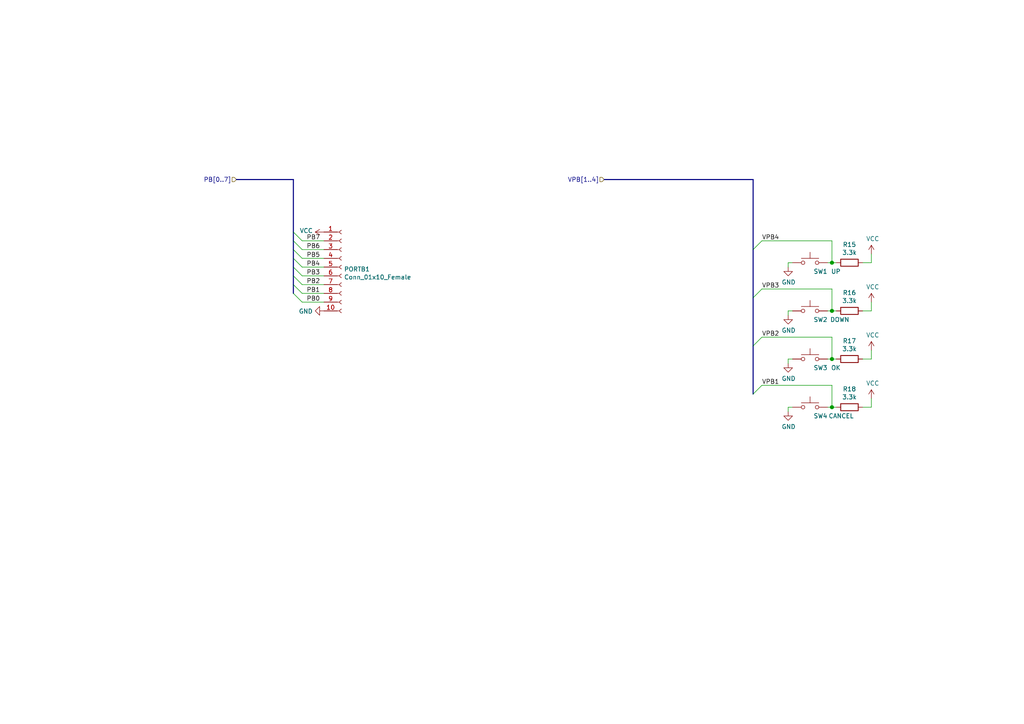
<source format=kicad_sch>
(kicad_sch (version 20201015) (generator eeschema)
  (paper "A4")
  (title_block (title "SBC6526 - IO") (date "2021-10-01") (rev "2.0") (company "Daniel Molina García"))
  (lib_symbols
    (symbol "Connector:Conn_01x10_Female" (pin_names (offset 1.016) hide)
      (property "Reference" "J" (at 0 12.7 0))
      (property "Value" "Conn_01x10_Female" (at 0 -15.24 0))
      (symbol "Conn_01x10_Female_1_1"
        (arc (start 0 -12.192) (end 0 -13.208) (radius (at 0 -12.7) (length 0.508) (angles 90.1 -90.1)) (stroke (width 0.1524)))
        (arc (start 0 -9.652) (end 0 -10.668) (radius (at 0 -10.16) (length 0.508) (angles 90.1 -90.1)) (stroke (width 0.1524)))
        (arc (start 0 -7.112) (end 0 -8.128) (radius (at 0 -7.62) (length 0.508) (angles 90.1 -90.1)) (stroke (width 0.1524)))
        (arc (start 0 -4.572) (end 0 -5.588) (radius (at 0 -5.08) (length 0.508) (angles 90.1 -90.1)) (stroke (width 0.1524)))
        (arc (start 0 -2.032) (end 0 -3.048) (radius (at 0 -2.54) (length 0.508) (angles 90.1 -90.1)) (stroke (width 0.1524)))
        (arc (start 0 0.508) (end 0 -0.508) (radius (at 0 0) (length 0.508) (angles 90.1 -90.1)) (stroke (width 0.1524)))
        (arc (start 0 3.048) (end 0 2.032) (radius (at 0 2.54) (length 0.508) (angles 90.1 -90.1)) (stroke (width 0.1524)))
        (arc (start 0 5.588) (end 0 4.572) (radius (at 0 5.08) (length 0.508) (angles 90.1 -90.1)) (stroke (width 0.1524)))
        (arc (start 0 8.128) (end 0 7.112) (radius (at 0 7.62) (length 0.508) (angles 90.1 -90.1)) (stroke (width 0.1524)))
        (arc (start 0 10.668) (end 0 9.652) (radius (at 0 10.16) (length 0.508) (angles 90.1 -90.1)) (stroke (width 0.1524)))
        (polyline (pts (xy -1.27 -12.7) (xy -0.508 -12.7)) (stroke (width 0.1524)))
        (polyline (pts (xy -1.27 -10.16) (xy -0.508 -10.16)) (stroke (width 0.1524)))
        (polyline (pts (xy -1.27 -7.62) (xy -0.508 -7.62)) (stroke (width 0.1524)))
        (polyline (pts (xy -1.27 -5.08) (xy -0.508 -5.08)) (stroke (width 0.1524)))
        (polyline (pts (xy -1.27 -2.54) (xy -0.508 -2.54)) (stroke (width 0.1524)))
        (polyline (pts (xy -1.27 0) (xy -0.508 0)) (stroke (width 0.1524)))
        (polyline (pts (xy -1.27 2.54) (xy -0.508 2.54)) (stroke (width 0.1524)))
        (polyline (pts (xy -1.27 5.08) (xy -0.508 5.08)) (stroke (width 0.1524)))
        (polyline (pts (xy -1.27 7.62) (xy -0.508 7.62)) (stroke (width 0.1524)))
        (polyline (pts (xy -1.27 10.16) (xy -0.508 10.16)) (stroke (width 0.1524)))
        (pin passive line (at -5.08 10.16 0) (length 3.81) (name "Pin_1") (number "1"))
        (pin passive line (at -5.08 -12.7 0) (length 3.81) (name "Pin_10") (number "10"))
        (pin passive line (at -5.08 7.62 0) (length 3.81) (name "Pin_2") (number "2"))
        (pin passive line (at -5.08 5.08 0) (length 3.81) (name "Pin_3") (number "3"))
        (pin passive line (at -5.08 2.54 0) (length 3.81) (name "Pin_4") (number "4"))
        (pin passive line (at -5.08 0 0) (length 3.81) (name "Pin_5") (number "5"))
        (pin passive line (at -5.08 -2.54 0) (length 3.81) (name "Pin_6") (number "6"))
        (pin passive line (at -5.08 -5.08 0) (length 3.81) (name "Pin_7") (number "7"))
        (pin passive line (at -5.08 -7.62 0) (length 3.81) (name "Pin_8") (number "8"))
        (pin passive line (at -5.08 -10.16 0) (length 3.81) (name "Pin_9") (number "9"))
      )
    )
    (symbol "Device:R" (pin_numbers hide) (pin_names (offset 0))
      (property "Reference" "R" (at 2.032 0 90))
      (property "Value" "R" (at 0 0 90))
      (symbol "R_0_1"
        (rectangle (start -1.016 -2.54) (end 1.016 2.54) (stroke (width 0.254)))
      )
      (symbol "R_1_1"
        (pin passive line (at 0 3.81 270) (length 1.27) (name "~") (number "1"))
        (pin passive line (at 0 -3.81 90) (length 1.27) (name "~") (number "2"))
      )
    )
    (symbol "Switch:SW_MEC_5G" (pin_numbers hide) (pin_names (offset 1.016) hide)
      (property "Reference" "SW" (at 1.27 2.54 0))
      (property "Value" "SW_MEC_5G" (at 0 -1.524 0))
      (symbol "SW_MEC_5G_0_1"
        (circle (center -2.032 0) (radius 0.508))
        (circle (center 2.032 0) (radius 0.508))
        (polyline (pts (xy 0 1.27) (xy 0 3.048)))
        (polyline (pts (xy 2.54 1.27) (xy -2.54 1.27)))
        (pin passive line (at -5.08 0 0) (length 2.54) (name "A") (number "1"))
        (pin passive line (at 5.08 0 180) (length 2.54) (name "B") (number "3"))
      )
      (symbol "SW_MEC_5G_1_1"
        (pin passive line (at -5.08 0 0) (length 2.54) hide (name "A") (number "2"))
        (pin passive line (at 5.08 0 180) (length 2.54) hide (name "B") (number "4"))
      )
    )
    (symbol "power:GND" (power) (pin_names (offset 0))
      (property "Value" "GND" (at 0 -3.81 0))
      (symbol "GND_0_1"
        (polyline (pts (xy 0 0) (xy 0 -1.27) (xy 1.27 -1.27) (xy 0 -2.54) (xy -1.27 -1.27) (xy 0 -1.27)))
      )
      (symbol "GND_1_1"
        (pin power_in line (at 0 0 270) (length 0) hide (name "GND") (number "1"))
      )
    )
    (symbol "power:VCC" (power) (pin_names (offset 0))
      (property "Value" "VCC" (at 0 3.81 0))
      (symbol "VCC_0_1"
        (polyline (pts (xy -0.762 1.27) (xy 0 2.54)))
        (polyline (pts (xy 0 0) (xy 0 2.54)))
        (polyline (pts (xy 0 2.54) (xy 0.762 1.27)))
      )
      (symbol "VCC_1_1"
        (pin power_in line (at 0 0 90) (length 0) hide (name "VCC") (number "1"))
      )
    )
  )
  (junction (at 241.3 76.2) (diameter 1.016))
  (junction (at 241.3 90.17) (diameter 1.016))
  (junction (at 241.3 104.14) (diameter 1.016))
  (junction (at 241.3 118.11) (diameter 1.016))
  (bus_entry (at 87.63 69.85) (size -2.54 -2.54) (stroke (width 0.1524)))
  (bus_entry (at 87.63 72.39) (size -2.54 -2.54) (stroke (width 0.1524)))
  (bus_entry (at 87.63 74.93) (size -2.54 -2.54) (stroke (width 0.1524)))
  (bus_entry (at 87.63 77.47) (size -2.54 -2.54) (stroke (width 0.1524)))
  (bus_entry (at 87.63 80.01) (size -2.54 -2.54) (stroke (width 0.1524)))
  (bus_entry (at 87.63 82.55) (size -2.54 -2.54) (stroke (width 0.1524)))
  (bus_entry (at 87.63 85.09) (size -2.54 -2.54) (stroke (width 0.1524)))
  (bus_entry (at 87.63 87.63) (size -2.54 -2.54) (stroke (width 0.1524)))
  (bus_entry (at 220.98 69.85) (size -2.54 2.54) (stroke (width 0.1524)))
  (bus_entry (at 220.98 83.82) (size -2.54 2.54) (stroke (width 0.1524)))
  (bus_entry (at 220.98 97.79) (size -2.54 2.54) (stroke (width 0.1524)))
  (bus_entry (at 220.98 111.76) (size -2.54 2.54) (stroke (width 0.1524)))
  (wire (pts (xy 87.63 69.85) (xy 93.98 69.85)))
  (wire (pts (xy 87.63 72.39) (xy 93.98 72.39)))
  (wire (pts (xy 87.63 74.93) (xy 93.98 74.93)))
  (wire (pts (xy 87.63 77.47) (xy 93.98 77.47)))
  (wire (pts (xy 87.63 80.01) (xy 93.98 80.01)))
  (wire (pts (xy 87.63 82.55) (xy 93.98 82.55)))
  (wire (pts (xy 87.63 85.09) (xy 93.98 85.09)))
  (wire (pts (xy 87.63 87.63) (xy 93.98 87.63)))
  (wire (pts (xy 228.6 76.2) (xy 229.87 76.2)))
  (wire (pts (xy 228.6 77.47) (xy 228.6 76.2)))
  (wire (pts (xy 228.6 90.17) (xy 229.87 90.17)))
  (wire (pts (xy 228.6 91.44) (xy 228.6 90.17)))
  (wire (pts (xy 228.6 104.14) (xy 229.87 104.14)))
  (wire (pts (xy 228.6 105.41) (xy 228.6 104.14)))
  (wire (pts (xy 228.6 118.11) (xy 229.87 118.11)))
  (wire (pts (xy 228.6 119.38) (xy 228.6 118.11)))
  (wire (pts (xy 240.03 76.2) (xy 241.3 76.2)))
  (wire (pts (xy 240.03 90.17) (xy 241.3 90.17)))
  (wire (pts (xy 240.03 104.14) (xy 241.3 104.14)))
  (wire (pts (xy 240.03 118.11) (xy 241.3 118.11)))
  (wire (pts (xy 241.3 69.85) (xy 220.98 69.85)))
  (wire (pts (xy 241.3 76.2) (xy 241.3 69.85)))
  (wire (pts (xy 241.3 76.2) (xy 242.57 76.2)))
  (wire (pts (xy 241.3 83.82) (xy 220.98 83.82)))
  (wire (pts (xy 241.3 90.17) (xy 241.3 83.82)))
  (wire (pts (xy 241.3 90.17) (xy 242.57 90.17)))
  (wire (pts (xy 241.3 97.79) (xy 220.98 97.79)))
  (wire (pts (xy 241.3 104.14) (xy 241.3 97.79)))
  (wire (pts (xy 241.3 104.14) (xy 242.57 104.14)))
  (wire (pts (xy 241.3 111.76) (xy 220.98 111.76)))
  (wire (pts (xy 241.3 118.11) (xy 241.3 111.76)))
  (wire (pts (xy 241.3 118.11) (xy 242.57 118.11)))
  (wire (pts (xy 250.19 76.2) (xy 252.73 76.2)))
  (wire (pts (xy 250.19 90.17) (xy 252.73 90.17)))
  (wire (pts (xy 250.19 104.14) (xy 252.73 104.14)))
  (wire (pts (xy 250.19 118.11) (xy 252.73 118.11)))
  (wire (pts (xy 252.73 76.2) (xy 252.73 73.66)))
  (wire (pts (xy 252.73 90.17) (xy 252.73 87.63)))
  (wire (pts (xy 252.73 104.14) (xy 252.73 101.6)))
  (wire (pts (xy 252.73 118.11) (xy 252.73 115.57)))
  (bus (pts (xy 68.58 52.07) (xy 85.09 52.07)))
  (bus (pts (xy 85.09 52.07) (xy 85.09 67.31)))
  (bus (pts (xy 85.09 67.31) (xy 85.09 69.85)))
  (bus (pts (xy 85.09 69.85) (xy 85.09 72.39)))
  (bus (pts (xy 85.09 72.39) (xy 85.09 74.93)))
  (bus (pts (xy 85.09 74.93) (xy 85.09 77.47)))
  (bus (pts (xy 85.09 77.47) (xy 85.09 80.01)))
  (bus (pts (xy 85.09 80.01) (xy 85.09 82.55)))
  (bus (pts (xy 85.09 82.55) (xy 85.09 85.09)))
  (bus (pts (xy 175.26 52.07) (xy 218.44 52.07)))
  (bus (pts (xy 218.44 52.07) (xy 218.44 72.39)))
  (bus (pts (xy 218.44 72.39) (xy 218.44 86.36)))
  (bus (pts (xy 218.44 86.36) (xy 218.44 100.33)))
  (bus (pts (xy 218.44 100.33) (xy 218.44 114.3)))
  (label "PB7" (at 88.9 69.85 0))
  (label "PB6" (at 88.9 72.39 0))
  (label "PB5" (at 88.9 74.93 0))
  (label "PB4" (at 88.9 77.47 0))
  (label "PB3" (at 88.9 80.01 0))
  (label "PB2" (at 88.9 82.55 0))
  (label "PB1" (at 88.9 85.09 0))
  (label "PB0" (at 88.9 87.63 0))
  (label "VPB4" (at 220.98 69.85 0))
  (label "VPB3" (at 220.98 83.82 0))
  (label "VPB2" (at 220.98 97.79 0))
  (label "VPB1" (at 220.98 111.76 0))
  (hierarchical_label "PB[0..7]" (shape input) (at 68.58 52.07 180))
  (hierarchical_label "VPB[1..4]" (shape input) (at 175.26 52.07 180))
  (symbol (lib_id "power:VCC") (at 93.98 67.31 90) (unit 1)
    (property "Reference" "#PWR0149" (effects hide))
    (property "Value" "VCC" (at 90.7542 66.929 90) (effects (justify left)))
  )
  (symbol (lib_id "power:VCC") (at 252.73 73.66 0) (unit 1)
    (property "Reference" "#PWR0141" (effects hide))
    (property "Value" "VCC" (at 253.111 69.2658 0))
  )
  (symbol (lib_id "power:VCC") (at 252.73 87.63 0) (unit 1)
    (property "Reference" "#PWR0143" (effects hide))
    (property "Value" "VCC" (at 253.111 83.2358 0))
  )
  (symbol (lib_id "power:VCC") (at 252.73 101.6 0) (unit 1)
    (property "Reference" "#PWR0145" (effects hide))
    (property "Value" "VCC" (at 253.111 97.2058 0))
  )
  (symbol (lib_id "power:VCC") (at 252.73 115.57 0) (unit 1)
    (property "Reference" "#PWR0147" (effects hide))
    (property "Value" "VCC" (at 253.111 111.1758 0))
  )
  (symbol (lib_id "power:GND") (at 93.98 90.17 270) (unit 1)
    (property "Reference" "#PWR0150" (effects hide))
    (property "Value" "GND" (at 90.7288 90.297 90) (effects (justify right)))
  )
  (symbol (lib_id "power:GND") (at 228.6 77.47 0) (unit 1)
    (property "Reference" "#PWR0142" (effects hide))
    (property "Value" "GND" (at 228.727 81.8642 0))
  )
  (symbol (lib_id "power:GND") (at 228.6 91.44 0) (unit 1)
    (property "Reference" "#PWR0144" (effects hide))
    (property "Value" "GND" (at 228.727 95.8342 0))
  )
  (symbol (lib_id "power:GND") (at 228.6 105.41 0) (unit 1)
    (property "Reference" "#PWR0146" (effects hide))
    (property "Value" "GND" (at 228.727 109.8042 0))
  )
  (symbol (lib_id "power:GND") (at 228.6 119.38 0) (unit 1)
    (property "Reference" "#PWR0148" (effects hide))
    (property "Value" "GND" (at 228.727 123.7742 0))
  )
  (symbol (lib_id "Device:R") (at 246.38 76.2 270) (unit 1)
    (property "Reference" "R15" (at 246.38 70.9422 90))
    (property "Value" "3.3k" (at 246.38 73.2536 90))
    (property "Footprint" "Resistor_SMD:R_0805_2012Metric_Pad1.20x1.40mm_HandSolder" (effects hide))
  )
  (symbol (lib_id "Device:R") (at 246.38 90.17 270) (unit 1)
    (property "Reference" "R16" (at 246.38 84.9122 90))
    (property "Value" "3.3k" (at 246.38 87.2236 90))
    (property "Footprint" "Resistor_SMD:R_0805_2012Metric_Pad1.20x1.40mm_HandSolder" (effects hide))
  )
  (symbol (lib_id "Device:R") (at 246.38 104.14 270) (unit 1)
    (property "Reference" "R17" (at 246.38 98.8822 90))
    (property "Value" "3.3k" (at 246.38 101.1936 90))
    (property "Footprint" "Resistor_SMD:R_0805_2012Metric_Pad1.20x1.40mm_HandSolder" (effects hide))
  )
  (symbol (lib_id "Device:R") (at 246.38 118.11 270) (unit 1)
    (property "Reference" "R18" (at 246.38 112.8522 90))
    (property "Value" "3.3k" (at 246.38 115.1636 90))
    (property "Footprint" "Resistor_SMD:R_0805_2012Metric_Pad1.20x1.40mm_HandSolder" (effects hide))
  )
  (symbol (lib_id "Switch:SW_MEC_5G") (at 234.95 76.2 0) (unit 1)
    (property "Reference" "SW1" (at 240.03 78.74 0) (effects (justify right)))
    (property "Value" "UP" (at 243.84 78.74 0) (effects (justify right)))
    (property "Footprint" "sbc6526:SW_TH_Tactile_Omron_B3F-10xx" (effects hide))
    (property "Datasheet" "http://www.apem.com/int/index.php?controller=attachment&id_attachment=488" (effects hide))
  )
  (symbol (lib_id "Switch:SW_MEC_5G") (at 234.95 90.17 0) (unit 1)
    (property "Reference" "SW2" (at 240.03 92.71 0) (effects (justify right)))
    (property "Value" "DOWN" (at 246.38 92.71 0) (effects (justify right)))
    (property "Footprint" "sbc6526:SW_TH_Tactile_Omron_B3F-10xx" (effects hide))
    (property "Datasheet" "http://www.apem.com/int/index.php?controller=attachment&id_attachment=488" (effects hide))
  )
  (symbol (lib_id "Switch:SW_MEC_5G") (at 234.95 104.14 0) (unit 1)
    (property "Reference" "SW3" (at 240.03 106.68 0) (effects (justify right)))
    (property "Value" "OK" (at 243.84 106.68 0) (effects (justify right)))
    (property "Footprint" "sbc6526:SW_TH_Tactile_Omron_B3F-10xx" (effects hide))
    (property "Datasheet" "http://www.apem.com/int/index.php?controller=attachment&id_attachment=488" (effects hide))
  )
  (symbol (lib_id "Switch:SW_MEC_5G") (at 234.95 118.11 0) (unit 1)
    (property "Reference" "SW4" (at 240.03 120.65 0) (effects (justify right)))
    (property "Value" "CANCEL" (at 247.65 120.65 0) (effects (justify right)))
    (property "Footprint" "sbc6526:SW_TH_Tactile_Omron_B3F-10xx" (effects hide))
    (property "Datasheet" "http://www.apem.com/int/index.php?controller=attachment&id_attachment=488" (effects hide))
  )
  (symbol (lib_id "Connector:Conn_01x10_Female") (at 99.06 77.47 0) (unit 1)
    (property "Reference" "PORTB1" (at 99.7712 78.0796 0) (effects (justify left)))
    (property "Value" "Conn_01x10_Female" (at 99.7712 80.391 0) (effects (justify left)))
    (property "Footprint" "Connector_PinSocket_2.54mm:PinSocket_2x05_P2.54mm_Vertical" (effects hide))
  )
)
</source>
